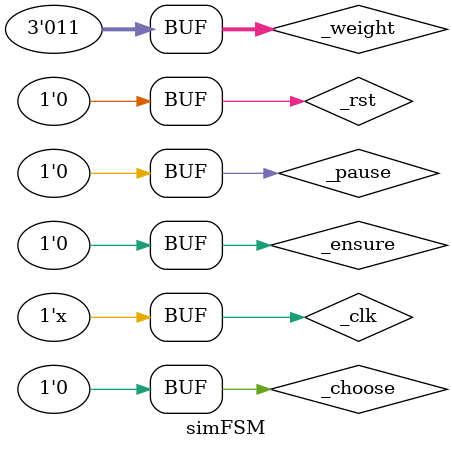
<source format=v>
`timescale 1ns / 1ps

module simFSM();
    reg _rst;
    reg _clk;
    reg _pause;
    reg _choose;
    reg _ensure;
    reg [2:0]_weight;
    
    wire [2:0]_mode;
    wire [2:0]state;
    wire [7:0]cur_time;
    initial begin
        _rst = 0;
        _clk = 0;
        _pause = 0;
        _choose = 0;
        _ensure = 0;
        _weight = 3;
        _rst = #20 1;
        _rst = #20 0;
        _choose = 1;
        _choose = #20 0;
        _ensure = 1;
        _ensure = #20 0;
        _pause = #60 1;
        _pause = #20 0;
        _pause = #40 1;
        _pause = #20 0;
    end
    
    always #10 begin
        _clk <= ~_clk;
    end
    FSM sim_FSM(_rst,_clk,_pause,_choose,_ensure,_weight,_mode,state,cur_time);
endmodule

</source>
